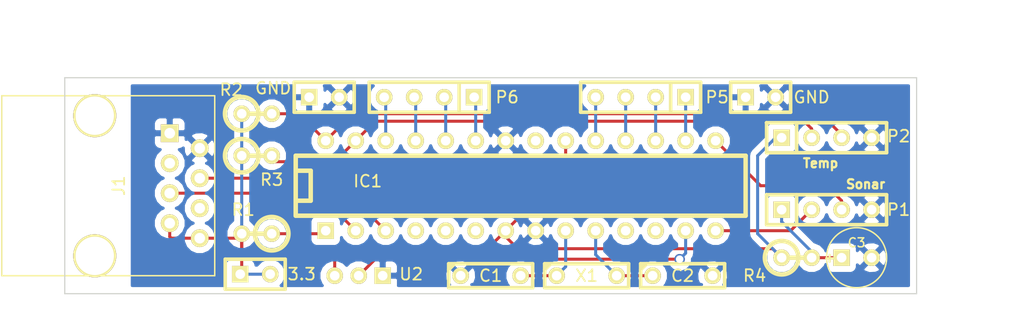
<source format=kicad_pcb>
(kicad_pcb (version 3) (host pcbnew "(2013-mar-13)-testing")

  (general
    (links 48)
    (no_connects 0)
    (area 97.472499 77.0838 187.375715 106.636801)
    (thickness 1.6)
    (drawings 9)
    (tracks 78)
    (zones 0)
    (modules 18)
    (nets 30)
  )

  (page A4)
  (layers
    (15 F.Cu signal)
    (0 B.Cu signal)
    (16 B.Adhes user)
    (17 F.Adhes user)
    (18 B.Paste user)
    (19 F.Paste user)
    (20 B.SilkS user)
    (21 F.SilkS user)
    (22 B.Mask user)
    (23 F.Mask user)
    (24 Dwgs.User user)
    (25 Cmts.User user)
    (26 Eco1.User user)
    (27 Eco2.User user)
    (28 Edge.Cuts user)
  )

  (setup
    (last_trace_width 0.254)
    (trace_clearance 0.254)
    (zone_clearance 0.508)
    (zone_45_only no)
    (trace_min 0.254)
    (segment_width 0.2)
    (edge_width 0.1)
    (via_size 0.889)
    (via_drill 0.635)
    (via_min_size 0.889)
    (via_min_drill 0.508)
    (uvia_size 0.508)
    (uvia_drill 0.127)
    (uvias_allowed no)
    (uvia_min_size 0.508)
    (uvia_min_drill 0.127)
    (pcb_text_width 0.3)
    (pcb_text_size 1.5 1.5)
    (mod_edge_width 0.15)
    (mod_text_size 1 1)
    (mod_text_width 0.15)
    (pad_size 3.64998 3.64998)
    (pad_drill 3.2512)
    (pad_to_mask_clearance 0)
    (aux_axis_origin 0 0)
    (visible_elements FFFFFF7F)
    (pcbplotparams
      (layerselection 284196865)
      (usegerberextensions true)
      (excludeedgelayer true)
      (linewidth 0.100000)
      (plotframeref false)
      (viasonmask false)
      (mode 1)
      (useauxorigin false)
      (hpglpennumber 1)
      (hpglpenspeed 20)
      (hpglpendiameter 15)
      (hpglpenoverlay 2)
      (psnegative false)
      (psa4output false)
      (plotreference true)
      (plotvalue false)
      (plotothertext true)
      (plotinvisibletext false)
      (padsonsilk false)
      (subtractmaskfromsilk false)
      (outputformat 1)
      (mirror false)
      (drillshape 0)
      (scaleselection 1)
      (outputdirectory ""))
  )

  (net 0 "")
  (net 1 +3.3V)
  (net 2 GND)
  (net 3 N-000001)
  (net 4 N-0000011)
  (net 5 N-0000012)
  (net 6 N-0000014)
  (net 7 N-0000016)
  (net 8 N-0000017)
  (net 9 N-0000018)
  (net 10 N-0000019)
  (net 11 N-000002)
  (net 12 N-0000020)
  (net 13 N-0000021)
  (net 14 N-0000023)
  (net 15 N-0000028)
  (net 16 N-0000029)
  (net 17 N-000003)
  (net 18 N-0000030)
  (net 19 N-0000031)
  (net 20 N-0000032)
  (net 21 N-0000033)
  (net 22 N-0000034)
  (net 23 N-0000035)
  (net 24 N-0000038)
  (net 25 N-0000039)
  (net 26 N-000004)
  (net 27 N-000005)
  (net 28 N-000006)
  (net 29 N-000007)

  (net_class Default "This is the default net class."
    (clearance 0.254)
    (trace_width 0.254)
    (via_dia 0.889)
    (via_drill 0.635)
    (uvia_dia 0.508)
    (uvia_drill 0.127)
    (add_net "")
    (add_net +3.3V)
    (add_net GND)
    (add_net N-000001)
    (add_net N-0000011)
    (add_net N-0000012)
    (add_net N-0000014)
    (add_net N-0000016)
    (add_net N-0000017)
    (add_net N-0000018)
    (add_net N-0000019)
    (add_net N-000002)
    (add_net N-0000020)
    (add_net N-0000021)
    (add_net N-0000023)
    (add_net N-0000028)
    (add_net N-0000029)
    (add_net N-000003)
    (add_net N-0000030)
    (add_net N-0000031)
    (add_net N-0000032)
    (add_net N-0000033)
    (add_net N-0000034)
    (add_net N-0000035)
    (add_net N-0000038)
    (add_net N-0000039)
    (add_net N-000004)
    (add_net N-000005)
    (add_net N-000006)
    (add_net N-000007)
  )

  (module DIP-28__300 (layer F.Cu) (tedit 5269F3E2) (tstamp 525CB682)
    (at 141.732 92.456)
    (descr "28 pins DIL package, round pads, width 300mil")
    (tags DIL)
    (path /525AD761)
    (fp_text reference IC1 (at -12.954 -0.381) (layer F.SilkS)
      (effects (font (size 1 1) (thickness 0.15)))
    )
    (fp_text value "" (at 10.287 -0.381) (layer F.SilkS)
      (effects (font (size 1 1) (thickness 0.15)))
    )
    (fp_line (start -19.05 -2.54) (end 19.05 -2.54) (layer F.SilkS) (width 0.381))
    (fp_line (start 19.05 -2.54) (end 19.05 2.54) (layer F.SilkS) (width 0.381))
    (fp_line (start 19.05 2.54) (end -19.05 2.54) (layer F.SilkS) (width 0.381))
    (fp_line (start -19.05 2.54) (end -19.05 -2.54) (layer F.SilkS) (width 0.381))
    (fp_line (start -19.05 -1.27) (end -17.78 -1.27) (layer F.SilkS) (width 0.381))
    (fp_line (start -17.78 -1.27) (end -17.78 1.27) (layer F.SilkS) (width 0.381))
    (fp_line (start -17.78 1.27) (end -19.05 1.27) (layer F.SilkS) (width 0.381))
    (pad 2 thru_hole circle (at -13.97 3.81) (size 1.397 1.397) (drill 0.8128)
      (layers *.Cu *.Mask F.SilkS)
      (net 28 N-000006)
    )
    (pad 3 thru_hole circle (at -11.43 3.81) (size 1.397 1.397) (drill 0.8128)
      (layers *.Cu *.Mask F.SilkS)
      (net 27 N-000005)
    )
    (pad 4 thru_hole circle (at -8.89 3.81) (size 1.397 1.397) (drill 0.8128)
      (layers *.Cu *.Mask F.SilkS)
      (net 18 N-0000030)
    )
    (pad 5 thru_hole circle (at -6.35 3.81) (size 1.397 1.397) (drill 0.8128)
      (layers *.Cu *.Mask F.SilkS)
      (net 19 N-0000031)
    )
    (pad 6 thru_hole circle (at -3.81 3.81) (size 1.397 1.397) (drill 0.8128)
      (layers *.Cu *.Mask F.SilkS)
      (net 20 N-0000032)
    )
    (pad 7 thru_hole circle (at -1.27 3.81) (size 1.397 1.397) (drill 0.8128)
      (layers *.Cu *.Mask F.SilkS)
      (net 1 +3.3V)
    )
    (pad 8 thru_hole circle (at 1.27 3.81) (size 1.397 1.397) (drill 0.8128)
      (layers *.Cu *.Mask F.SilkS)
      (net 2 GND)
    )
    (pad 9 thru_hole circle (at 3.81 3.81) (size 1.397 1.397) (drill 0.8128)
      (layers *.Cu *.Mask F.SilkS)
      (net 6 N-0000014)
    )
    (pad 10 thru_hole circle (at 6.35 3.81) (size 1.397 1.397) (drill 0.8128)
      (layers *.Cu *.Mask F.SilkS)
      (net 5 N-0000012)
    )
    (pad 11 thru_hole circle (at 8.89 3.81) (size 1.397 1.397) (drill 0.8128)
      (layers *.Cu *.Mask F.SilkS)
      (net 21 N-0000033)
    )
    (pad 12 thru_hole circle (at 11.43 3.81) (size 1.397 1.397) (drill 0.8128)
      (layers *.Cu *.Mask F.SilkS)
      (net 23 N-0000035)
    )
    (pad 13 thru_hole circle (at 13.97 3.81) (size 1.397 1.397) (drill 0.8128)
      (layers *.Cu *.Mask F.SilkS)
      (net 15 N-0000028)
    )
    (pad 14 thru_hole circle (at 16.51 3.81) (size 1.397 1.397) (drill 0.8128)
      (layers *.Cu *.Mask F.SilkS)
      (net 3 N-000001)
    )
    (pad 1 thru_hole rect (at -16.51 3.81) (size 1.397 1.397) (drill 0.8128)
      (layers *.Cu *.Mask F.SilkS)
      (net 26 N-000004)
    )
    (pad 15 thru_hole circle (at 16.51 -3.81) (size 1.397 1.397) (drill 0.8128)
      (layers *.Cu *.Mask F.SilkS)
      (net 4 N-0000011)
    )
    (pad 16 thru_hole circle (at 13.97 -3.81) (size 1.397 1.397) (drill 0.8128)
      (layers *.Cu *.Mask F.SilkS)
      (net 16 N-0000029)
    )
    (pad 17 thru_hole circle (at 11.43 -3.81) (size 1.397 1.397) (drill 0.8128)
      (layers *.Cu *.Mask F.SilkS)
      (net 14 N-0000023)
    )
    (pad 18 thru_hole circle (at 8.89 -3.81) (size 1.397 1.397) (drill 0.8128)
      (layers *.Cu *.Mask F.SilkS)
      (net 7 N-0000016)
    )
    (pad 19 thru_hole circle (at 6.35 -3.81) (size 1.397 1.397) (drill 0.8128)
      (layers *.Cu *.Mask F.SilkS)
      (net 8 N-0000017)
    )
    (pad 20 thru_hole circle (at 3.81 -3.81) (size 1.397 1.397) (drill 0.8128)
      (layers *.Cu *.Mask F.SilkS)
      (net 1 +3.3V)
    )
    (pad 21 thru_hole circle (at 1.27 -3.81) (size 1.397 1.397) (drill 0.8128)
      (layers *.Cu *.Mask F.SilkS)
      (net 22 N-0000034)
    )
    (pad 22 thru_hole circle (at -1.27 -3.81) (size 1.397 1.397) (drill 0.8128)
      (layers *.Cu *.Mask F.SilkS)
      (net 2 GND)
    )
    (pad 23 thru_hole circle (at -3.81 -3.81) (size 1.397 1.397) (drill 0.8128)
      (layers *.Cu *.Mask F.SilkS)
      (net 9 N-0000018)
    )
    (pad 24 thru_hole circle (at -6.35 -3.81) (size 1.397 1.397) (drill 0.8128)
      (layers *.Cu *.Mask F.SilkS)
      (net 10 N-0000019)
    )
    (pad 25 thru_hole circle (at -8.89 -3.81) (size 1.397 1.397) (drill 0.8128)
      (layers *.Cu *.Mask F.SilkS)
      (net 12 N-0000020)
    )
    (pad 26 thru_hole circle (at -11.43 -3.81) (size 1.397 1.397) (drill 0.8128)
      (layers *.Cu *.Mask F.SilkS)
      (net 13 N-0000021)
    )
    (pad 27 thru_hole circle (at -13.97 -3.81) (size 1.397 1.397) (drill 0.8128)
      (layers *.Cu *.Mask F.SilkS)
      (net 11 N-000002)
    )
    (pad 28 thru_hole circle (at -16.51 -3.81) (size 1.397 1.397) (drill 0.8128)
      (layers *.Cu *.Mask F.SilkS)
      (net 17 N-000003)
    )
    (model dil/dil_28-w300.wrl
      (at (xyz 0 0 0))
      (scale (xyz 1 1 1))
      (rotate (xyz 0 0 0))
    )
  )

  (module RJ45_8 (layer F.Cu) (tedit 5269FE2D) (tstamp 525CB694)
    (at 105.664 92.456 270)
    (tags RJ45)
    (path /52505A23)
    (fp_text reference J1 (at 0 -2.032 270) (layer F.SilkS)
      (effects (font (size 1 1) (thickness 0.15)))
    )
    (fp_text value "" (at 0.14224 -0.1016 270) (layer F.SilkS)
      (effects (font (size 1.00076 1.00076) (thickness 0.2032)))
    )
    (fp_line (start -7.62 7.874) (end 7.62 7.874) (layer F.SilkS) (width 0.127))
    (fp_line (start 7.62 7.874) (end 7.62 -10.16) (layer F.SilkS) (width 0.127))
    (fp_line (start 7.62 -10.16) (end -7.62 -10.16) (layer F.SilkS) (width 0.127))
    (fp_line (start -7.62 -10.16) (end -7.62 7.874) (layer F.SilkS) (width 0.127))
    (pad Hole thru_hole circle (at 5.93852 0 270) (size 3.64998 3.64998) (drill 3.2512)
      (layers *.Cu *.Mask F.SilkS)
    )
    (pad Hole thru_hole circle (at -5.9309 0 270) (size 3.64998 3.64998) (drill 3.2512)
      (layers *.Cu *.Mask F.SilkS)
    )
    (pad 1 thru_hole rect (at -4.445 -6.35 270) (size 1.50114 1.50114) (drill 0.89916)
      (layers *.Cu *.Mask F.SilkS)
      (net 2 GND)
    )
    (pad 2 thru_hole circle (at -3.175 -8.89 270) (size 1.50114 1.50114) (drill 0.89916)
      (layers *.Cu *.Mask F.SilkS)
      (net 2 GND)
    )
    (pad 3 thru_hole circle (at -1.905 -6.35 270) (size 1.50114 1.50114) (drill 0.89916)
      (layers *.Cu *.Mask F.SilkS)
      (net 24 N-0000038)
    )
    (pad 4 thru_hole circle (at -0.635 -8.89 270) (size 1.50114 1.50114) (drill 0.89916)
      (layers *.Cu *.Mask F.SilkS)
      (net 27 N-000005)
    )
    (pad 5 thru_hole circle (at 0.635 -6.35 270) (size 1.50114 1.50114) (drill 0.89916)
      (layers *.Cu *.Mask F.SilkS)
      (net 28 N-000006)
    )
    (pad 6 thru_hole circle (at 1.905 -8.89 270) (size 1.50114 1.50114) (drill 0.89916)
      (layers *.Cu *.Mask F.SilkS)
      (net 25 N-0000039)
    )
    (pad 7 thru_hole circle (at 3.175 -6.35 270) (size 1.50114 1.50114) (drill 0.89916)
      (layers *.Cu *.Mask F.SilkS)
      (net 1 +3.3V)
    )
    (pad 8 thru_hole circle (at 4.445 -8.89 270) (size 1.50114 1.50114) (drill 0.89916)
      (layers *.Cu *.Mask F.SilkS)
      (net 1 +3.3V)
    )
    (model connectors/RJ45_8.wrl
      (at (xyz 0 0 0))
      (scale (xyz 0.4 0.4 0.4))
      (rotate (xyz 0 0 0))
    )
  )

  (module C2 (layer F.Cu) (tedit 200000) (tstamp 525CB6E1)
    (at 147.32 100.076)
    (descr "Condensateur = 2 pas")
    (tags C)
    (path /525ADAFC)
    (fp_text reference X1 (at 0 0) (layer F.SilkS)
      (effects (font (size 1 1) (thickness 0.15)))
    )
    (fp_text value 16MHz (at 0 0) (layer F.SilkS) hide
      (effects (font (size 1.016 1.016) (thickness 0.2032)))
    )
    (fp_line (start -3.556 -1.016) (end 3.556 -1.016) (layer F.SilkS) (width 0.3048))
    (fp_line (start 3.556 -1.016) (end 3.556 1.016) (layer F.SilkS) (width 0.3048))
    (fp_line (start 3.556 1.016) (end -3.556 1.016) (layer F.SilkS) (width 0.3048))
    (fp_line (start -3.556 1.016) (end -3.556 -1.016) (layer F.SilkS) (width 0.3048))
    (fp_line (start -3.556 -0.508) (end -3.048 -1.016) (layer F.SilkS) (width 0.3048))
    (pad 1 thru_hole circle (at -2.54 0) (size 1.397 1.397) (drill 0.8128)
      (layers *.Cu *.Mask F.SilkS)
      (net 6 N-0000014)
    )
    (pad 2 thru_hole circle (at 2.54 0) (size 1.397 1.397) (drill 0.8128)
      (layers *.Cu *.Mask F.SilkS)
      (net 5 N-0000012)
    )
    (model discret/capa_2pas_5x5mm.wrl
      (at (xyz 0 0 0))
      (scale (xyz 1 1 1))
      (rotate (xyz 0 0 0))
    )
  )

  (module C2 (layer F.Cu) (tedit 200000) (tstamp 525CBD5A)
    (at 139.192 100.076)
    (descr "Condensateur = 2 pas")
    (tags C)
    (path /525ADB1A)
    (fp_text reference C1 (at 0 0) (layer F.SilkS)
      (effects (font (size 1 1) (thickness 0.15)))
    )
    (fp_text value 22pF (at 0 0) (layer F.SilkS) hide
      (effects (font (size 1.016 1.016) (thickness 0.2032)))
    )
    (fp_line (start -3.556 -1.016) (end 3.556 -1.016) (layer F.SilkS) (width 0.3048))
    (fp_line (start 3.556 -1.016) (end 3.556 1.016) (layer F.SilkS) (width 0.3048))
    (fp_line (start 3.556 1.016) (end -3.556 1.016) (layer F.SilkS) (width 0.3048))
    (fp_line (start -3.556 1.016) (end -3.556 -1.016) (layer F.SilkS) (width 0.3048))
    (fp_line (start -3.556 -0.508) (end -3.048 -1.016) (layer F.SilkS) (width 0.3048))
    (pad 1 thru_hole circle (at -2.54 0) (size 1.397 1.397) (drill 0.8128)
      (layers *.Cu *.Mask F.SilkS)
      (net 2 GND)
    )
    (pad 2 thru_hole circle (at 2.54 0) (size 1.397 1.397) (drill 0.8128)
      (layers *.Cu *.Mask F.SilkS)
      (net 6 N-0000014)
    )
    (model discret/capa_2pas_5x5mm.wrl
      (at (xyz 0 0 0))
      (scale (xyz 1 1 1))
      (rotate (xyz 0 0 0))
    )
  )

  (module C2 (layer F.Cu) (tedit 200000) (tstamp 525CBD64)
    (at 155.448 100.076)
    (descr "Condensateur = 2 pas")
    (tags C)
    (path /525ADB0B)
    (fp_text reference C2 (at 0 0) (layer F.SilkS)
      (effects (font (size 1 1) (thickness 0.15)))
    )
    (fp_text value 22pF (at 0 0) (layer F.SilkS) hide
      (effects (font (size 1.016 1.016) (thickness 0.2032)))
    )
    (fp_line (start -3.556 -1.016) (end 3.556 -1.016) (layer F.SilkS) (width 0.3048))
    (fp_line (start 3.556 -1.016) (end 3.556 1.016) (layer F.SilkS) (width 0.3048))
    (fp_line (start 3.556 1.016) (end -3.556 1.016) (layer F.SilkS) (width 0.3048))
    (fp_line (start -3.556 1.016) (end -3.556 -1.016) (layer F.SilkS) (width 0.3048))
    (fp_line (start -3.556 -0.508) (end -3.048 -1.016) (layer F.SilkS) (width 0.3048))
    (pad 1 thru_hole circle (at -2.54 0) (size 1.397 1.397) (drill 0.8128)
      (layers *.Cu *.Mask F.SilkS)
      (net 5 N-0000012)
    )
    (pad 2 thru_hole circle (at 2.54 0) (size 1.397 1.397) (drill 0.8128)
      (layers *.Cu *.Mask F.SilkS)
      (net 2 GND)
    )
    (model discret/capa_2pas_5x5mm.wrl
      (at (xyz 0 0 0))
      (scale (xyz 1 1 1))
      (rotate (xyz 0 0 0))
    )
  )

  (module C1V5 (layer F.Cu) (tedit 5269F42D) (tstamp 525CBD6E)
    (at 170.18 98.552)
    (descr "Condensateur e = 1 pas")
    (tags C)
    (path /52506B79)
    (fp_text reference C3 (at 0 -1.26746) (layer F.SilkS)
      (effects (font (size 0.762 0.762) (thickness 0.127)))
    )
    (fp_text value "" (at 0 1.27) (layer F.SilkS)
      (effects (font (size 0.762 0.635) (thickness 0.127)))
    )
    (fp_text user + (at -2.286 0) (layer F.SilkS)
      (effects (font (size 0.762 0.762) (thickness 0.2032)))
    )
    (fp_circle (center 0 0) (end 0.127 -2.54) (layer F.SilkS) (width 0.127))
    (pad 1 thru_hole rect (at -1.27 0) (size 1.397 1.397) (drill 0.8128)
      (layers *.Cu *.Mask F.SilkS)
      (net 29 N-000007)
    )
    (pad 2 thru_hole circle (at 1.27 0) (size 1.397 1.397) (drill 0.8128)
      (layers *.Cu *.Mask F.SilkS)
      (net 2 GND)
    )
    (model discret/c_vert_c1v5.wrl
      (at (xyz 0 0 0))
      (scale (xyz 1 1 1))
      (rotate (xyz 0 0 0))
    )
  )

  (module R1 (layer F.Cu) (tedit 5269EF6C) (tstamp 525CBD75)
    (at 119.38 96.52 180)
    (descr "Resistance verticale")
    (tags R)
    (path /525AD7FD)
    (autoplace_cost90 10)
    (autoplace_cost180 10)
    (fp_text reference R1 (at 1.143 2.032 180) (layer F.SilkS)
      (effects (font (size 1 1) (thickness 0.15)))
    )
    (fp_text value 10k (at -1.143 2.54 180) (layer F.SilkS) hide
      (effects (font (size 1.397 1.27) (thickness 0.2032)))
    )
    (fp_line (start -1.27 0) (end 1.27 0) (layer F.SilkS) (width 0.381))
    (fp_circle (center -1.27 0) (end -0.635 1.27) (layer F.SilkS) (width 0.381))
    (pad 1 thru_hole circle (at -1.27 0 180) (size 1.397 1.397) (drill 0.8128)
      (layers *.Cu *.Mask F.SilkS)
      (net 26 N-000004)
    )
    (pad 2 thru_hole circle (at 1.27 0 180) (size 1.397 1.397) (drill 0.8128)
      (layers *.Cu *.Mask F.SilkS)
      (net 1 +3.3V)
    )
    (model discret/verti_resistor.wrl
      (at (xyz 0 0 0))
      (scale (xyz 1 1 1))
      (rotate (xyz 0 0 0))
    )
  )

  (module R1 (layer F.Cu) (tedit 5269F397) (tstamp 525CC66B)
    (at 119.38 86.36)
    (descr "Resistance verticale")
    (tags R)
    (path /525B19F7)
    (autoplace_cost90 10)
    (autoplace_cost180 10)
    (fp_text reference R2 (at -2.159 -2.032) (layer F.SilkS)
      (effects (font (size 1 1) (thickness 0.15)))
    )
    (fp_text value 2.2k (at -1.143 2.54) (layer F.SilkS) hide
      (effects (font (size 1.397 1.27) (thickness 0.2032)))
    )
    (fp_line (start -1.27 0) (end 1.27 0) (layer F.SilkS) (width 0.381))
    (fp_circle (center -1.27 0) (end -0.635 1.27) (layer F.SilkS) (width 0.381))
    (pad 1 thru_hole circle (at -1.27 0) (size 1.397 1.397) (drill 0.8128)
      (layers *.Cu *.Mask F.SilkS)
      (net 1 +3.3V)
    )
    (pad 2 thru_hole circle (at 1.27 0) (size 1.397 1.397) (drill 0.8128)
      (layers *.Cu *.Mask F.SilkS)
      (net 17 N-000003)
    )
    (model discret/verti_resistor.wrl
      (at (xyz 0 0 0))
      (scale (xyz 1 1 1))
      (rotate (xyz 0 0 0))
    )
  )

  (module R1 (layer F.Cu) (tedit 5269EF5B) (tstamp 525CC674)
    (at 119.38 89.916)
    (descr "Resistance verticale")
    (tags R)
    (path /525B1A06)
    (autoplace_cost90 10)
    (autoplace_cost180 10)
    (fp_text reference R3 (at 1.27 2.032) (layer F.SilkS)
      (effects (font (size 1 1) (thickness 0.15)))
    )
    (fp_text value 2.2k (at -1.143 2.54) (layer F.SilkS) hide
      (effects (font (size 1.397 1.27) (thickness 0.2032)))
    )
    (fp_line (start -1.27 0) (end 1.27 0) (layer F.SilkS) (width 0.381))
    (fp_circle (center -1.27 0) (end -0.635 1.27) (layer F.SilkS) (width 0.381))
    (pad 1 thru_hole circle (at -1.27 0) (size 1.397 1.397) (drill 0.8128)
      (layers *.Cu *.Mask F.SilkS)
      (net 1 +3.3V)
    )
    (pad 2 thru_hole circle (at 1.27 0) (size 1.397 1.397) (drill 0.8128)
      (layers *.Cu *.Mask F.SilkS)
      (net 11 N-000002)
    )
    (model discret/verti_resistor.wrl
      (at (xyz 0 0 0))
      (scale (xyz 1 1 1))
      (rotate (xyz 0 0 0))
    )
  )

  (module R1 (layer F.Cu) (tedit 525E2289) (tstamp 525CBD8A)
    (at 165.1 98.552)
    (descr "Resistance verticale")
    (tags R)
    (path /52506BE6)
    (autoplace_cost90 10)
    (autoplace_cost180 10)
    (fp_text reference R4 (at -3.556 1.524) (layer F.SilkS)
      (effects (font (size 1 1) (thickness 0.15)))
    )
    (fp_text value 10 (at -1.143 2.54) (layer F.SilkS) hide
      (effects (font (size 1.397 1.27) (thickness 0.2032)))
    )
    (fp_line (start -1.27 0) (end 1.27 0) (layer F.SilkS) (width 0.381))
    (fp_circle (center -1.27 0) (end -0.635 1.27) (layer F.SilkS) (width 0.381))
    (pad 1 thru_hole circle (at -1.27 0) (size 1.397 1.397) (drill 0.8128)
      (layers *.Cu *.Mask F.SilkS)
      (net 1 +3.3V)
    )
    (pad 2 thru_hole circle (at 1.27 0) (size 1.397 1.397) (drill 0.8128)
      (layers *.Cu *.Mask F.SilkS)
      (net 29 N-000007)
    )
    (model discret/verti_resistor.wrl
      (at (xyz 0 0 0))
      (scale (xyz 1 1 1))
      (rotate (xyz 0 0 0))
    )
  )

  (module SIL-4 (layer F.Cu) (tedit 5269F3AA) (tstamp 525E20A9)
    (at 167.64 94.488)
    (descr "Connecteur 4 pibs")
    (tags "CONN DEV")
    (path /525E1D62)
    (fp_text reference P1 (at 6.096 0) (layer F.SilkS)
      (effects (font (size 1 1) (thickness 0.15)))
    )
    (fp_text value CONN_4 (at 0 -2.54) (layer F.SilkS) hide
      (effects (font (size 1.524 1.016) (thickness 0.3048)))
    )
    (fp_line (start -5.08 -1.27) (end -5.08 -1.27) (layer F.SilkS) (width 0.3048))
    (fp_line (start -5.08 1.27) (end -5.08 -1.27) (layer F.SilkS) (width 0.3048))
    (fp_line (start -5.08 -1.27) (end -5.08 -1.27) (layer F.SilkS) (width 0.3048))
    (fp_line (start -5.08 -1.27) (end 5.08 -1.27) (layer F.SilkS) (width 0.3048))
    (fp_line (start 5.08 -1.27) (end 5.08 1.27) (layer F.SilkS) (width 0.3048))
    (fp_line (start 5.08 1.27) (end -5.08 1.27) (layer F.SilkS) (width 0.3048))
    (fp_line (start -2.54 1.27) (end -2.54 -1.27) (layer F.SilkS) (width 0.3048))
    (pad 1 thru_hole rect (at -3.81 0) (size 1.397 1.397) (drill 0.8128)
      (layers *.Cu *.Mask F.SilkS)
      (net 29 N-000007)
    )
    (pad 2 thru_hole circle (at -1.27 0) (size 1.397 1.397) (drill 0.8128)
      (layers *.Cu *.Mask F.SilkS)
      (net 3 N-000001)
    )
    (pad 3 thru_hole circle (at 1.27 0) (size 1.397 1.397) (drill 0.8128)
      (layers *.Cu *.Mask F.SilkS)
      (net 4 N-0000011)
    )
    (pad 4 thru_hole circle (at 3.81 0) (size 1.397 1.397) (drill 0.8128)
      (layers *.Cu *.Mask F.SilkS)
      (net 2 GND)
    )
  )

  (module SIL-4 (layer F.Cu) (tedit 5269F3A7) (tstamp 525E20B8)
    (at 167.64 88.392)
    (descr "Connecteur 4 pibs")
    (tags "CONN DEV")
    (path /525E1D71)
    (fp_text reference P2 (at 6.096 -0.127) (layer F.SilkS)
      (effects (font (size 1 1) (thickness 0.15)))
    )
    (fp_text value CONN_4 (at 0 -2.54) (layer F.SilkS) hide
      (effects (font (size 1.524 1.016) (thickness 0.3048)))
    )
    (fp_line (start -5.08 -1.27) (end -5.08 -1.27) (layer F.SilkS) (width 0.3048))
    (fp_line (start -5.08 1.27) (end -5.08 -1.27) (layer F.SilkS) (width 0.3048))
    (fp_line (start -5.08 -1.27) (end -5.08 -1.27) (layer F.SilkS) (width 0.3048))
    (fp_line (start -5.08 -1.27) (end 5.08 -1.27) (layer F.SilkS) (width 0.3048))
    (fp_line (start 5.08 -1.27) (end 5.08 1.27) (layer F.SilkS) (width 0.3048))
    (fp_line (start 5.08 1.27) (end -5.08 1.27) (layer F.SilkS) (width 0.3048))
    (fp_line (start -2.54 1.27) (end -2.54 -1.27) (layer F.SilkS) (width 0.3048))
    (pad 1 thru_hole rect (at -3.81 0) (size 1.397 1.397) (drill 0.8128)
      (layers *.Cu *.Mask F.SilkS)
      (net 1 +3.3V)
    )
    (pad 2 thru_hole circle (at -1.27 0) (size 1.397 1.397) (drill 0.8128)
      (layers *.Cu *.Mask F.SilkS)
      (net 11 N-000002)
    )
    (pad 3 thru_hole circle (at 1.27 0) (size 1.397 1.397) (drill 0.8128)
      (layers *.Cu *.Mask F.SilkS)
      (net 17 N-000003)
    )
    (pad 4 thru_hole circle (at 3.81 0) (size 1.397 1.397) (drill 0.8128)
      (layers *.Cu *.Mask F.SilkS)
      (net 2 GND)
    )
  )

  (module TO92-INLINE (layer F.Cu) (tedit 5269F420) (tstamp 5268A63C)
    (at 128.016 100.076 180)
    (descr "Transistor TO92 brochage type BC237")
    (tags "TR TO92")
    (path /5268A3C7)
    (fp_text reference U2 (at -4.445 0.127 180) (layer F.SilkS)
      (effects (font (size 1 1) (thickness 0.15)))
    )
    (fp_text value "" (at -3.556 0 180) (layer F.SilkS)
      (effects (font (size 1 1) (thickness 0.15)))
    )
    (pad 1 thru_hole rect (at -2.032 0 180) (size 1.397 1.397) (drill 0.8128)
      (layers *.Cu *.Mask F.SilkS)
      (net 2 GND)
    )
    (pad 2 thru_hole circle (at 0 0 180) (size 1.397 1.397) (drill 0.8128)
      (layers *.Cu *.Mask F.SilkS)
      (net 15 N-0000028)
    )
    (pad 3 thru_hole circle (at 2.032 0 180) (size 1.397 1.397) (drill 0.8128)
      (layers *.Cu *.Mask F.SilkS)
      (net 1 +3.3V)
    )
    (model discret/to98.wrl
      (at (xyz 0 0 0))
      (scale (xyz 1 1 1))
      (rotate (xyz 0 0 0))
    )
  )

  (module SIL-4 (layer F.Cu) (tedit 5269EF44) (tstamp 5269EF77)
    (at 151.892 84.963 180)
    (descr "Connecteur 4 pibs")
    (tags "CONN DEV")
    (path /5269EB63)
    (fp_text reference P5 (at -6.477 0 180) (layer F.SilkS)
      (effects (font (size 1 1) (thickness 0.15)))
    )
    (fp_text value CONN_4 (at 0 -2.54 180) (layer F.SilkS) hide
      (effects (font (size 1.524 1.016) (thickness 0.3048)))
    )
    (fp_line (start -5.08 -1.27) (end -5.08 -1.27) (layer F.SilkS) (width 0.3048))
    (fp_line (start -5.08 1.27) (end -5.08 -1.27) (layer F.SilkS) (width 0.3048))
    (fp_line (start -5.08 -1.27) (end -5.08 -1.27) (layer F.SilkS) (width 0.3048))
    (fp_line (start -5.08 -1.27) (end 5.08 -1.27) (layer F.SilkS) (width 0.3048))
    (fp_line (start 5.08 -1.27) (end 5.08 1.27) (layer F.SilkS) (width 0.3048))
    (fp_line (start 5.08 1.27) (end -5.08 1.27) (layer F.SilkS) (width 0.3048))
    (fp_line (start -2.54 1.27) (end -2.54 -1.27) (layer F.SilkS) (width 0.3048))
    (pad 1 thru_hole rect (at -3.81 0 180) (size 1.397 1.397) (drill 0.8128)
      (layers *.Cu *.Mask F.SilkS)
      (net 16 N-0000029)
    )
    (pad 2 thru_hole circle (at -1.27 0 180) (size 1.397 1.397) (drill 0.8128)
      (layers *.Cu *.Mask F.SilkS)
      (net 14 N-0000023)
    )
    (pad 3 thru_hole circle (at 1.27 0 180) (size 1.397 1.397) (drill 0.8128)
      (layers *.Cu *.Mask F.SilkS)
      (net 7 N-0000016)
    )
    (pad 4 thru_hole circle (at 3.81 0 180) (size 1.397 1.397) (drill 0.8128)
      (layers *.Cu *.Mask F.SilkS)
      (net 8 N-0000017)
    )
  )

  (module SIL-4 (layer F.Cu) (tedit 5269EF3D) (tstamp 5269EF86)
    (at 133.985 84.963 180)
    (descr "Connecteur 4 pibs")
    (tags "CONN DEV")
    (path /5269E9F2)
    (fp_text reference P6 (at -6.604 0 180) (layer F.SilkS)
      (effects (font (size 1 1) (thickness 0.15)))
    )
    (fp_text value CONN_4 (at 0 -2.54 180) (layer F.SilkS) hide
      (effects (font (size 1.524 1.016) (thickness 0.3048)))
    )
    (fp_line (start -5.08 -1.27) (end -5.08 -1.27) (layer F.SilkS) (width 0.3048))
    (fp_line (start -5.08 1.27) (end -5.08 -1.27) (layer F.SilkS) (width 0.3048))
    (fp_line (start -5.08 -1.27) (end -5.08 -1.27) (layer F.SilkS) (width 0.3048))
    (fp_line (start -5.08 -1.27) (end 5.08 -1.27) (layer F.SilkS) (width 0.3048))
    (fp_line (start 5.08 -1.27) (end 5.08 1.27) (layer F.SilkS) (width 0.3048))
    (fp_line (start 5.08 1.27) (end -5.08 1.27) (layer F.SilkS) (width 0.3048))
    (fp_line (start -2.54 1.27) (end -2.54 -1.27) (layer F.SilkS) (width 0.3048))
    (pad 1 thru_hole rect (at -3.81 0 180) (size 1.397 1.397) (drill 0.8128)
      (layers *.Cu *.Mask F.SilkS)
      (net 9 N-0000018)
    )
    (pad 2 thru_hole circle (at -1.27 0 180) (size 1.397 1.397) (drill 0.8128)
      (layers *.Cu *.Mask F.SilkS)
      (net 10 N-0000019)
    )
    (pad 3 thru_hole circle (at 1.27 0 180) (size 1.397 1.397) (drill 0.8128)
      (layers *.Cu *.Mask F.SilkS)
      (net 12 N-0000020)
    )
    (pad 4 thru_hole circle (at 3.81 0 180) (size 1.397 1.397) (drill 0.8128)
      (layers *.Cu *.Mask F.SilkS)
      (net 13 N-0000021)
    )
  )

  (module SIL-2 (layer F.Cu) (tedit 5269F416) (tstamp 5269F1B8)
    (at 119.253 99.949)
    (descr "Connecteurs 2 pins")
    (tags "CONN DEV")
    (path /5269F136)
    (fp_text reference 3.3 (at 3.937 0) (layer F.SilkS)
      (effects (font (size 1 1) (thickness 0.15)))
    )
    (fp_text value CONN_2 (at 0 -2.54) (layer F.SilkS) hide
      (effects (font (size 1.524 1.016) (thickness 0.3048)))
    )
    (fp_line (start -2.54 1.27) (end -2.54 -1.27) (layer F.SilkS) (width 0.3048))
    (fp_line (start -2.54 -1.27) (end 2.54 -1.27) (layer F.SilkS) (width 0.3048))
    (fp_line (start 2.54 -1.27) (end 2.54 1.27) (layer F.SilkS) (width 0.3048))
    (fp_line (start 2.54 1.27) (end -2.54 1.27) (layer F.SilkS) (width 0.3048))
    (pad 1 thru_hole rect (at -1.27 0) (size 1.397 1.397) (drill 0.8128)
      (layers *.Cu *.Mask F.SilkS)
      (net 1 +3.3V)
    )
    (pad 2 thru_hole circle (at 1.27 0) (size 1.397 1.397) (drill 0.8128)
      (layers *.Cu *.Mask F.SilkS)
      (net 1 +3.3V)
    )
  )

  (module SIL-2 (layer F.Cu) (tedit 5269F3F3) (tstamp 5269F467)
    (at 162.052 84.963)
    (descr "Connecteurs 2 pins")
    (tags "CONN DEV")
    (path /5269F327)
    (fp_text reference GND (at 4.318 0) (layer F.SilkS)
      (effects (font (size 1 1) (thickness 0.15)))
    )
    (fp_text value CONN_2 (at 0 -2.54) (layer F.SilkS) hide
      (effects (font (size 1.524 1.016) (thickness 0.3048)))
    )
    (fp_line (start -2.54 1.27) (end -2.54 -1.27) (layer F.SilkS) (width 0.3048))
    (fp_line (start -2.54 -1.27) (end 2.54 -1.27) (layer F.SilkS) (width 0.3048))
    (fp_line (start 2.54 -1.27) (end 2.54 1.27) (layer F.SilkS) (width 0.3048))
    (fp_line (start 2.54 1.27) (end -2.54 1.27) (layer F.SilkS) (width 0.3048))
    (pad 1 thru_hole rect (at -1.27 0) (size 1.397 1.397) (drill 0.8128)
      (layers *.Cu *.Mask F.SilkS)
      (net 2 GND)
    )
    (pad 2 thru_hole circle (at 1.27 0) (size 1.397 1.397) (drill 0.8128)
      (layers *.Cu *.Mask F.SilkS)
      (net 2 GND)
    )
  )

  (module SIL-2 (layer F.Cu) (tedit 5269F39D) (tstamp 5269F471)
    (at 125.095 84.963)
    (descr "Connecteurs 2 pins")
    (tags "CONN DEV")
    (path /5269F336)
    (fp_text reference GND (at -4.318 -0.762) (layer F.SilkS)
      (effects (font (size 1 1) (thickness 0.15)))
    )
    (fp_text value CONN_2 (at 0 -2.54) (layer F.SilkS) hide
      (effects (font (size 1.524 1.016) (thickness 0.3048)))
    )
    (fp_line (start -2.54 1.27) (end -2.54 -1.27) (layer F.SilkS) (width 0.3048))
    (fp_line (start -2.54 -1.27) (end 2.54 -1.27) (layer F.SilkS) (width 0.3048))
    (fp_line (start 2.54 -1.27) (end 2.54 1.27) (layer F.SilkS) (width 0.3048))
    (fp_line (start 2.54 1.27) (end -2.54 1.27) (layer F.SilkS) (width 0.3048))
    (pad 1 thru_hole rect (at -1.27 0) (size 1.397 1.397) (drill 0.8128)
      (layers *.Cu *.Mask F.SilkS)
      (net 2 GND)
    )
    (pad 2 thru_hole circle (at 1.27 0) (size 1.397 1.397) (drill 0.8128)
      (layers *.Cu *.Mask F.SilkS)
      (net 2 GND)
    )
  )

  (gr_text Sonar (at 170.942 92.329) (layer F.SilkS)
    (effects (font (size 0.762 0.762) (thickness 0.1905)))
  )
  (gr_text Temp (at 167.132 90.551) (layer F.SilkS)
    (effects (font (size 0.762 0.762) (thickness 0.1905)))
  )
  (dimension 77.44968 (width 0.3) (layer Cmts.User)
    (gr_text "3.0492 in" (at 136.51484 105.2868) (layer Cmts.User)
      (effects (font (size 1.5 1.5) (thickness 0.3)))
    )
    (feature1 (pts (xy 175.23968 101.58984) (xy 175.23968 106.6368)))
    (feature2 (pts (xy 97.79 101.58984) (xy 97.79 106.6368)))
    (crossbar (pts (xy 97.79 103.9368) (xy 175.23968 103.9368)))
    (arrow1a (pts (xy 175.23968 103.9368) (xy 174.113176 104.523221)))
    (arrow1b (pts (xy 175.23968 103.9368) (xy 174.113176 103.350379)))
    (arrow2a (pts (xy 97.79 103.9368) (xy 98.916504 104.523221)))
    (arrow2b (pts (xy 97.79 103.9368) (xy 98.916504 103.350379)))
  )
  (dimension 72.1233 (width 0.3) (layer Cmts.User)
    (gr_text "2.8395 in" (at 139.19835 78.5838) (layer Cmts.User)
      (effects (font (size 1.5 1.5) (thickness 0.3)))
    )
    (feature1 (pts (xy 175.26 83.3247) (xy 175.26 77.2338)))
    (feature2 (pts (xy 103.1367 83.3247) (xy 103.1367 77.2338)))
    (crossbar (pts (xy 103.1367 79.9338) (xy 175.26 79.9338)))
    (arrow1a (pts (xy 175.26 79.9338) (xy 174.133496 80.520221)))
    (arrow1b (pts (xy 175.26 79.9338) (xy 174.133496 79.347379)))
    (arrow2a (pts (xy 103.1367 79.9338) (xy 104.263204 80.520221)))
    (arrow2b (pts (xy 103.1367 79.9338) (xy 104.263204 79.347379)))
  )
  (dimension 18.288 (width 0.3) (layer Cmts.User)
    (gr_text "0.7200 in" (at 181.69 92.456 270) (layer Cmts.User)
      (effects (font (size 1.5 1.5) (thickness 0.3)))
    )
    (feature1 (pts (xy 177.8 101.6) (xy 183.04 101.6)))
    (feature2 (pts (xy 177.8 83.312) (xy 183.04 83.312)))
    (crossbar (pts (xy 180.34 83.312) (xy 180.34 101.6)))
    (arrow1a (pts (xy 180.34 101.6) (xy 179.753579 100.473496)))
    (arrow1b (pts (xy 180.34 101.6) (xy 180.926421 100.473496)))
    (arrow2a (pts (xy 180.34 83.312) (xy 179.753579 84.438504)))
    (arrow2b (pts (xy 180.34 83.312) (xy 180.926421 84.438504)))
  )
  (gr_line (start 175.26 101.6) (end 103.124 101.6) (angle 90) (layer Edge.Cuts) (width 0.1))
  (gr_line (start 103.124 83.312) (end 175.26 83.312) (angle 90) (layer Edge.Cuts) (width 0.1))
  (gr_line (start 175.26 83.312) (end 175.26 101.6) (angle 90) (layer Edge.Cuts) (width 0.1))
  (gr_line (start 103.124 101.6) (end 103.124 83.312) (angle 90) (layer Edge.Cuts) (width 0.1))

  (segment (start 145.542 88.646) (end 145.542 91.186) (width 0.254) (layer F.Cu) (net 1))
  (segment (start 145.542 91.186) (end 140.462 96.266) (width 0.254) (layer F.Cu) (net 1) (tstamp 5269F388))
  (segment (start 118.11 96.52) (end 118.11 99.822) (width 0.254) (layer F.Cu) (net 1))
  (segment (start 118.11 99.822) (end 117.983 99.949) (width 0.254) (layer F.Cu) (net 1) (tstamp 5269F360))
  (segment (start 117.983 99.949) (end 120.523 99.949) (width 0.254) (layer B.Cu) (net 1))
  (segment (start 118.11 89.916) (end 118.11 86.36) (width 0.254) (layer B.Cu) (net 1))
  (segment (start 163.83 88.392) (end 163.322 88.392) (width 0.254) (layer B.Cu) (net 1))
  (segment (start 161.798 96.52) (end 163.83 98.552) (width 0.254) (layer B.Cu) (net 1) (tstamp 5269E923))
  (segment (start 161.798 89.916) (end 161.798 96.52) (width 0.254) (layer B.Cu) (net 1) (tstamp 5269E91D))
  (segment (start 163.322 88.392) (end 161.798 89.916) (width 0.254) (layer B.Cu) (net 1) (tstamp 5269E919))
  (segment (start 125.984 100.076) (end 125.984 98.044) (width 0.254) (layer F.Cu) (net 1))
  (segment (start 140.462 96.266) (end 140.462 96.774) (width 0.254) (layer F.Cu) (net 1))
  (segment (start 163.068 97.79) (end 163.83 98.552) (width 0.254) (layer F.Cu) (net 1) (tstamp 525E2146))
  (segment (start 141.478 97.79) (end 163.068 97.79) (width 0.254) (layer F.Cu) (net 1) (tstamp 525E2144))
  (segment (start 140.462 96.774) (end 141.478 97.79) (width 0.254) (layer F.Cu) (net 1) (tstamp 525E2143))
  (segment (start 118.11 96.52) (end 118.11 97.79) (width 0.254) (layer F.Cu) (net 1))
  (segment (start 138.684 98.044) (end 140.462 96.266) (width 0.254) (layer F.Cu) (net 1) (tstamp 525E126A))
  (segment (start 118.11 98.044) (end 125.984 98.044) (width 0.254) (layer F.Cu) (net 1) (tstamp 525E125D))
  (segment (start 125.984 98.044) (end 138.684 98.044) (width 0.254) (layer F.Cu) (net 1) (tstamp 5268AEB6))
  (segment (start 118.11 97.79) (end 118.11 98.044) (width 0.254) (layer F.Cu) (net 1) (tstamp 525E1257))
  (segment (start 114.554 96.901) (end 117.729 96.901) (width 0.254) (layer F.Cu) (net 1) (status 10))
  (segment (start 117.729 96.901) (end 118.11 96.52) (width 0.254) (layer F.Cu) (net 1) (tstamp 525E124F))
  (segment (start 112.014 95.631) (end 112.014 96.774) (width 0.254) (layer F.Cu) (net 1) (status 10))
  (segment (start 112.141 96.901) (end 114.554 96.901) (width 0.254) (layer F.Cu) (net 1) (tstamp 525E11F5) (status 20))
  (segment (start 112.014 96.774) (end 112.141 96.901) (width 0.254) (layer F.Cu) (net 1) (tstamp 525E11F4))
  (segment (start 118.11 89.916) (end 118.11 96.52) (width 0.254) (layer B.Cu) (net 1) (status 20))
  (segment (start 158.242 96.266) (end 164.592 96.266) (width 0.254) (layer F.Cu) (net 3))
  (segment (start 164.592 96.266) (end 166.37 94.488) (width 0.254) (layer F.Cu) (net 3) (tstamp 525E2201))
  (segment (start 168.91 94.488) (end 168.91 93.726) (width 0.254) (layer F.Cu) (net 4) (status 10))
  (segment (start 162.052 92.456) (end 158.242 88.646) (width 0.254) (layer F.Cu) (net 4) (tstamp 525E219F))
  (segment (start 167.64 92.456) (end 162.052 92.456) (width 0.254) (layer F.Cu) (net 4) (tstamp 525E2196))
  (segment (start 168.91 93.726) (end 167.64 92.456) (width 0.254) (layer F.Cu) (net 4) (tstamp 525E218D))
  (segment (start 148.082 96.266) (end 148.082 98.298) (width 0.254) (layer B.Cu) (net 5))
  (segment (start 148.082 98.298) (end 149.86 100.076) (width 0.254) (layer B.Cu) (net 5) (tstamp 525CC0F0))
  (segment (start 149.86 100.076) (end 152.908 100.076) (width 0.254) (layer F.Cu) (net 5))
  (segment (start 145.542 96.266) (end 145.542 99.314) (width 0.254) (layer B.Cu) (net 6))
  (segment (start 145.542 99.314) (end 144.78 100.076) (width 0.254) (layer B.Cu) (net 6) (tstamp 525CC0EC))
  (segment (start 141.732 100.076) (end 144.78 100.076) (width 0.254) (layer F.Cu) (net 6))
  (segment (start 150.622 88.646) (end 150.622 84.963) (width 0.254) (layer B.Cu) (net 7))
  (segment (start 148.082 88.646) (end 148.082 84.963) (width 0.254) (layer B.Cu) (net 8))
  (segment (start 137.922 88.646) (end 137.922 85.09) (width 0.254) (layer B.Cu) (net 9))
  (segment (start 137.922 85.09) (end 137.795 84.963) (width 0.254) (layer B.Cu) (net 9) (tstamp 5269F0A6))
  (segment (start 135.382 88.646) (end 135.382 85.09) (width 0.254) (layer B.Cu) (net 10))
  (segment (start 135.382 85.09) (end 135.255 84.963) (width 0.254) (layer B.Cu) (net 10) (tstamp 5269F0A9))
  (segment (start 166.37 88.392) (end 166.37 87.63) (width 0.254) (layer F.Cu) (net 11))
  (segment (start 129.413 86.995) (end 127.762 88.646) (width 0.254) (layer F.Cu) (net 11) (tstamp 525E2152))
  (segment (start 165.735 86.995) (end 129.413 86.995) (width 0.254) (layer F.Cu) (net 11) (tstamp 525E2151))
  (segment (start 166.37 87.63) (end 165.735 86.995) (width 0.254) (layer F.Cu) (net 11) (tstamp 525E2150))
  (segment (start 120.65 89.916) (end 120.904 89.916) (width 0.254) (layer F.Cu) (net 11) (status 30))
  (segment (start 125.984 90.424) (end 127.762 88.646) (width 0.254) (layer F.Cu) (net 11) (tstamp 525CBE0E))
  (segment (start 120.904 90.424) (end 125.984 90.424) (width 0.254) (layer F.Cu) (net 11) (tstamp 525CBE0D))
  (segment (start 120.904 89.916) (end 120.904 90.424) (width 0.254) (layer F.Cu) (net 11) (tstamp 525CBE0C) (status 10))
  (segment (start 132.842 88.646) (end 132.842 85.09) (width 0.254) (layer B.Cu) (net 12))
  (segment (start 132.842 85.09) (end 132.715 84.963) (width 0.254) (layer B.Cu) (net 12) (tstamp 5269F0AC))
  (segment (start 130.302 88.646) (end 130.302 85.09) (width 0.254) (layer B.Cu) (net 13))
  (segment (start 130.302 85.09) (end 130.175 84.963) (width 0.254) (layer B.Cu) (net 13) (tstamp 5269F0AF))
  (segment (start 153.162 88.646) (end 153.162 84.963) (width 0.254) (layer B.Cu) (net 14))
  (segment (start 155.702 96.266) (end 155.702 98.171) (width 0.254) (layer B.Cu) (net 15))
  (segment (start 129.413 98.679) (end 128.016 100.076) (width 0.254) (layer F.Cu) (net 15) (tstamp 5269F37E))
  (segment (start 155.194 98.679) (end 129.413 98.679) (width 0.254) (layer F.Cu) (net 15) (tstamp 5269F37D))
  (via (at 155.194 98.679) (size 0.889) (layers F.Cu B.Cu) (net 15))
  (segment (start 155.702 98.171) (end 155.194 98.679) (width 0.254) (layer B.Cu) (net 15) (tstamp 5269F37B))
  (segment (start 155.702 88.646) (end 155.702 84.963) (width 0.254) (layer B.Cu) (net 16))
  (segment (start 168.91 88.392) (end 168.91 88.138) (width 0.254) (layer F.Cu) (net 17))
  (segment (start 127.508 86.36) (end 125.222 88.646) (width 0.254) (layer F.Cu) (net 17) (tstamp 525E215B))
  (segment (start 167.132 86.36) (end 127.508 86.36) (width 0.254) (layer F.Cu) (net 17) (tstamp 525E2157))
  (segment (start 168.91 88.138) (end 167.132 86.36) (width 0.254) (layer F.Cu) (net 17) (tstamp 525E2156))
  (segment (start 120.65 86.36) (end 122.936 86.36) (width 0.254) (layer F.Cu) (net 17) (status 10))
  (segment (start 122.936 86.36) (end 125.222 88.646) (width 0.254) (layer F.Cu) (net 17) (tstamp 525CBE08))
  (segment (start 120.65 96.52) (end 124.968 96.52) (width 0.254) (layer F.Cu) (net 26) (status 10))
  (segment (start 124.968 96.52) (end 125.222 96.266) (width 0.254) (layer F.Cu) (net 26) (tstamp 525CBE17))
  (segment (start 114.554 91.821) (end 125.857 91.821) (width 0.254) (layer F.Cu) (net 27) (status 10))
  (segment (start 125.857 91.821) (end 130.302 96.266) (width 0.254) (layer F.Cu) (net 27) (tstamp 525CC552))
  (segment (start 112.014 93.091) (end 124.587 93.091) (width 0.254) (layer F.Cu) (net 28) (status 10))
  (segment (start 124.587 93.091) (end 127.762 96.266) (width 0.254) (layer F.Cu) (net 28) (tstamp 525CC557))
  (segment (start 166.37 98.552) (end 168.91 98.552) (width 0.254) (layer F.Cu) (net 29))
  (segment (start 163.83 94.488) (end 163.83 95.504) (width 0.254) (layer B.Cu) (net 29) (status 10))
  (segment (start 163.83 95.504) (end 166.37 98.044) (width 0.254) (layer B.Cu) (net 29) (tstamp 525E21B5))

  (zone (net 2) (net_name GND) (layer B.Cu) (tstamp 525CC272) (hatch edge 0.508)
    (connect_pads (clearance 0.508))
    (min_thickness 0.254)
    (fill (arc_segments 16) (thermal_gap 0.508) (thermal_bridge_width 0.508))
    (polygon
      (pts
        (xy 174.752 101.092) (xy 108.712 101.092) (xy 108.712 83.82) (xy 174.752 83.82)
      )
    )
    (filled_polygon
      (pts
        (xy 174.575 100.915) (xy 172.795927 100.915) (xy 172.795927 98.74452) (xy 172.795927 94.68052) (xy 172.795927 88.58452)
        (xy 172.767148 88.054801) (xy 172.6198 87.699071) (xy 172.384188 87.637417) (xy 172.204583 87.817022) (xy 172.204583 87.457812)
        (xy 172.142929 87.2222) (xy 171.64252 87.046073) (xy 171.112801 87.074852) (xy 170.757071 87.2222) (xy 170.695417 87.457812)
        (xy 171.45 88.212395) (xy 172.204583 87.457812) (xy 172.204583 87.817022) (xy 171.629605 88.392) (xy 172.384188 89.146583)
        (xy 172.6198 89.084929) (xy 172.795927 88.58452) (xy 172.795927 94.68052) (xy 172.767148 94.150801) (xy 172.6198 93.795071)
        (xy 172.384188 93.733417) (xy 172.204583 93.913022) (xy 172.204583 93.553812) (xy 172.204583 89.326188) (xy 171.45 88.571605)
        (xy 170.695417 89.326188) (xy 170.757071 89.5618) (xy 171.25748 89.737927) (xy 171.787199 89.709148) (xy 172.142929 89.5618)
        (xy 172.204583 89.326188) (xy 172.204583 93.553812) (xy 172.142929 93.3182) (xy 171.64252 93.142073) (xy 171.112801 93.170852)
        (xy 170.757071 93.3182) (xy 170.695417 93.553812) (xy 171.45 94.308395) (xy 172.204583 93.553812) (xy 172.204583 93.913022)
        (xy 171.629605 94.488) (xy 172.384188 95.242583) (xy 172.6198 95.180929) (xy 172.795927 94.68052) (xy 172.795927 98.74452)
        (xy 172.767148 98.214801) (xy 172.6198 97.859071) (xy 172.384188 97.797417) (xy 172.204583 97.977022) (xy 172.204583 97.617812)
        (xy 172.204583 95.422188) (xy 171.45 94.667605) (xy 170.695417 95.422188) (xy 170.757071 95.6578) (xy 171.25748 95.833927)
        (xy 171.787199 95.805148) (xy 172.142929 95.6578) (xy 172.204583 95.422188) (xy 172.204583 97.617812) (xy 172.142929 97.3822)
        (xy 171.64252 97.206073) (xy 171.112801 97.234852) (xy 170.757071 97.3822) (xy 170.695417 97.617812) (xy 171.45 98.372395)
        (xy 172.204583 97.617812) (xy 172.204583 97.977022) (xy 171.629605 98.552) (xy 172.384188 99.306583) (xy 172.6198 99.244929)
        (xy 172.795927 98.74452) (xy 172.795927 100.915) (xy 172.204583 100.915) (xy 172.204583 99.486188) (xy 171.45 98.731605)
        (xy 171.270395 98.91121) (xy 171.270395 98.552) (xy 170.515812 97.797417) (xy 170.2802 97.859071) (xy 170.2435 97.963342)
        (xy 170.2435 97.727191) (xy 170.146827 97.493802) (xy 169.968199 97.315173) (xy 169.73481 97.2185) (xy 169.482191 97.2185)
        (xy 168.085191 97.2185) (xy 167.851802 97.315173) (xy 167.673173 97.493801) (xy 167.5765 97.72719) (xy 167.5765 97.979809)
        (xy 167.5765 97.97999) (xy 167.501146 97.79762) (xy 167.126353 97.422173) (xy 166.636413 97.218732) (xy 166.62235 97.218719)
        (xy 165.008327 95.604697) (xy 165.066827 95.546199) (xy 165.1635 95.31281) (xy 165.1635 95.060191) (xy 165.1635 95.060009)
        (xy 165.238854 95.24238) (xy 165.613647 95.617827) (xy 166.103587 95.821268) (xy 166.634086 95.821731) (xy 167.12438 95.619146)
        (xy 167.499827 95.244353) (xy 167.640093 94.906553) (xy 167.778854 95.24238) (xy 168.153647 95.617827) (xy 168.643587 95.821268)
        (xy 169.174086 95.821731) (xy 169.66438 95.619146) (xy 170.039827 95.244353) (xy 170.173313 94.922881) (xy 170.2802 95.180929)
        (xy 170.515812 95.242583) (xy 171.270395 94.488) (xy 170.515812 93.733417) (xy 170.2802 93.795071) (xy 170.181916 94.074311)
        (xy 170.041146 93.73362) (xy 169.666353 93.358173) (xy 169.176413 93.154732) (xy 168.645914 93.154269) (xy 168.15562 93.356854)
        (xy 167.780173 93.731647) (xy 167.639906 94.069446) (xy 167.501146 93.73362) (xy 167.126353 93.358173) (xy 166.636413 93.154732)
        (xy 166.105914 93.154269) (xy 165.61562 93.356854) (xy 165.240173 93.731647) (xy 165.1635 93.916295) (xy 165.1635 93.663191)
        (xy 165.066827 93.429802) (xy 164.888199 93.251173) (xy 164.65481 93.1545) (xy 164.402191 93.1545) (xy 163.005191 93.1545)
        (xy 162.771802 93.251173) (xy 162.593173 93.429801) (xy 162.56 93.509887) (xy 162.56 90.23163) (xy 163.06613 89.7255)
        (xy 163.257809 89.7255) (xy 164.654809 89.7255) (xy 164.888198 89.628827) (xy 165.066827 89.450199) (xy 165.1635 89.21681)
        (xy 165.1635 88.964191) (xy 165.1635 88.964009) (xy 165.238854 89.14638) (xy 165.613647 89.521827) (xy 166.103587 89.725268)
        (xy 166.634086 89.725731) (xy 167.12438 89.523146) (xy 167.499827 89.148353) (xy 167.640093 88.810553) (xy 167.778854 89.14638)
        (xy 168.153647 89.521827) (xy 168.643587 89.725268) (xy 169.174086 89.725731) (xy 169.66438 89.523146) (xy 170.039827 89.148353)
        (xy 170.173313 88.826881) (xy 170.2802 89.084929) (xy 170.515812 89.146583) (xy 171.270395 88.392) (xy 170.515812 87.637417)
        (xy 170.2802 87.699071) (xy 170.181916 87.978311) (xy 170.041146 87.63762) (xy 169.666353 87.262173) (xy 169.176413 87.058732)
        (xy 168.645914 87.058269) (xy 168.15562 87.260854) (xy 167.780173 87.635647) (xy 167.639906 87.973446) (xy 167.501146 87.63762)
        (xy 167.126353 87.262173) (xy 166.636413 87.058732) (xy 166.105914 87.058269) (xy 165.61562 87.260854) (xy 165.240173 87.635647)
        (xy 165.1635 87.820295) (xy 165.1635 87.567191) (xy 165.066827 87.333802) (xy 164.888199 87.155173) (xy 164.667927 87.063933)
        (xy 164.667927 85.15552) (xy 164.639148 84.625801) (xy 164.4918 84.270071) (xy 164.256188 84.208417) (xy 163.501605 84.963)
        (xy 164.256188 85.717583) (xy 164.4918 85.655929) (xy 164.667927 85.15552) (xy 164.667927 87.063933) (xy 164.65481 87.0585)
        (xy 164.402191 87.0585) (xy 164.076583 87.0585) (xy 164.076583 85.897188) (xy 163.322 85.142605) (xy 162.567417 85.897188)
        (xy 162.629071 86.1328) (xy 163.12948 86.308927) (xy 163.659199 86.280148) (xy 164.014929 86.1328) (xy 164.076583 85.897188)
        (xy 164.076583 87.0585) (xy 163.005191 87.0585) (xy 162.771802 87.155173) (xy 162.593173 87.333801) (xy 162.4965 87.56719)
        (xy 162.4965 87.819809) (xy 162.4965 88.139869) (xy 161.259185 89.377185) (xy 161.094004 89.624395) (xy 161.036 89.916)
        (xy 161.036 96.52) (xy 161.094004 96.811605) (xy 161.259185 97.058815) (xy 162.496722 98.296352) (xy 162.496269 98.816086)
        (xy 162.698854 99.30638) (xy 163.073647 99.681827) (xy 163.563587 99.885268) (xy 164.094086 99.885731) (xy 164.58438 99.683146)
        (xy 164.959827 99.308353) (xy 165.100093 98.970553) (xy 165.238854 99.30638) (xy 165.613647 99.681827) (xy 166.103587 99.885268)
        (xy 166.634086 99.885731) (xy 167.12438 99.683146) (xy 167.499827 99.308353) (xy 167.5765 99.123704) (xy 167.5765 99.376809)
        (xy 167.673173 99.610198) (xy 167.851801 99.788827) (xy 168.08519 99.8855) (xy 168.337809 99.8855) (xy 169.734809 99.8855)
        (xy 169.968198 99.788827) (xy 170.146827 99.610199) (xy 170.2435 99.37681) (xy 170.2435 99.156327) (xy 170.2802 99.244929)
        (xy 170.515812 99.306583) (xy 171.270395 98.552) (xy 171.270395 98.91121) (xy 170.695417 99.486188) (xy 170.757071 99.7218)
        (xy 171.25748 99.897927) (xy 171.787199 99.869148) (xy 172.142929 99.7218) (xy 172.204583 99.486188) (xy 172.204583 100.915)
        (xy 160.655 100.915) (xy 160.655 86.13775) (xy 160.655 85.09) (xy 159.60725 85.09) (xy 159.4485 85.24875)
        (xy 159.4485 85.535191) (xy 159.4485 85.78781) (xy 159.545173 86.021199) (xy 159.723802 86.199827) (xy 159.957191 86.2965)
        (xy 160.49625 86.2965) (xy 160.655 86.13775) (xy 160.655 100.915) (xy 159.333927 100.915) (xy 159.006608 100.915)
        (xy 158.92219 100.830582) (xy 159.1578 100.768929) (xy 159.333927 100.26852) (xy 159.305148 99.738801) (xy 159.1578 99.383071)
        (xy 158.922188 99.321417) (xy 158.742583 99.501022) (xy 158.742583 99.141812) (xy 158.680929 98.9062) (xy 158.18052 98.730073)
        (xy 157.650801 98.758852) (xy 157.295071 98.9062) (xy 157.233417 99.141812) (xy 157.988 99.896395) (xy 158.742583 99.141812)
        (xy 158.742583 99.501022) (xy 158.167605 100.076) (xy 158.181747 100.090142) (xy 158.002142 100.269747) (xy 157.988 100.255605)
        (xy 157.973857 100.269747) (xy 157.808395 100.104285) (xy 157.794252 100.090142) (xy 157.808395 100.076) (xy 157.053812 99.321417)
        (xy 156.8182 99.383071) (xy 156.642073 99.88348) (xy 156.670852 100.413199) (xy 156.8182 100.768929) (xy 157.053809 100.830582)
        (xy 156.969392 100.915) (xy 153.955035 100.915) (xy 154.037827 100.832353) (xy 154.241268 100.342413) (xy 154.241731 99.811914)
        (xy 154.039146 99.32162) (xy 153.664353 98.946173) (xy 153.174413 98.742732) (xy 152.643914 98.742269) (xy 152.15362 98.944854)
        (xy 151.778173 99.319647) (xy 151.574732 99.809587) (xy 151.574269 100.340086) (xy 151.776854 100.83038) (xy 151.861326 100.915)
        (xy 150.907035 100.915) (xy 150.989827 100.832353) (xy 151.193268 100.342413) (xy 151.193731 99.811914) (xy 150.991146 99.32162)
        (xy 150.616353 98.946173) (xy 150.126413 98.742732) (xy 149.603906 98.742275) (xy 148.844 97.982369) (xy 148.844 97.389539)
        (xy 149.211827 97.022353) (xy 149.352093 96.684553) (xy 149.490854 97.02038) (xy 149.865647 97.395827) (xy 150.355587 97.599268)
        (xy 150.886086 97.599731) (xy 151.37638 97.397146) (xy 151.751827 97.022353) (xy 151.892093 96.684553) (xy 152.030854 97.02038)
        (xy 152.405647 97.395827) (xy 152.895587 97.599268) (xy 153.426086 97.599731) (xy 153.91638 97.397146) (xy 154.291827 97.022353)
        (xy 154.432093 96.684553) (xy 154.570854 97.02038) (xy 154.94 97.39017) (xy 154.94 97.615929) (xy 154.583311 97.763311)
        (xy 154.279378 98.066714) (xy 154.114687 98.463332) (xy 154.114313 98.892784) (xy 154.278311 99.289689) (xy 154.581714 99.593622)
        (xy 154.978332 99.758313) (xy 155.407784 99.758687) (xy 155.804689 99.594689) (xy 156.108622 99.291286) (xy 156.273313 98.894668)
        (xy 156.273516 98.660874) (xy 156.273516 98.660873) (xy 156.405996 98.462605) (xy 156.463999 98.171) (xy 156.464 98.171)
        (xy 156.464 97.389539) (xy 156.831827 97.022353) (xy 156.972093 96.684553) (xy 157.110854 97.02038) (xy 157.485647 97.395827)
        (xy 157.975587 97.599268) (xy 158.506086 97.599731) (xy 158.99638 97.397146) (xy 159.371827 97.022353) (xy 159.575268 96.532413)
        (xy 159.575731 96.001914) (xy 159.373146 95.51162) (xy 158.998353 95.136173) (xy 158.508413 94.932732) (xy 157.977914 94.932269)
        (xy 157.48762 95.134854) (xy 157.112173 95.509647) (xy 156.971906 95.847446) (xy 156.833146 95.51162) (xy 156.458353 95.136173)
        (xy 155.968413 94.932732) (xy 155.437914 94.932269) (xy 154.94762 95.134854) (xy 154.572173 95.509647) (xy 154.431906 95.847446)
        (xy 154.293146 95.51162) (xy 153.918353 95.136173) (xy 153.428413 94.932732) (xy 152.897914 94.932269) (xy 152.40762 95.134854)
        (xy 152.032173 95.509647) (xy 151.891906 95.847446) (xy 151.753146 95.51162) (xy 151.378353 95.136173) (xy 150.888413 94.932732)
        (xy 150.357914 94.932269) (xy 149.86762 95.134854) (xy 149.492173 95.509647) (xy 149.351906 95.847446) (xy 149.213146 95.51162)
        (xy 148.838353 95.136173) (xy 148.348413 94.932732) (xy 147.817914 94.932269) (xy 147.32762 95.134854) (xy 146.952173 95.509647)
        (xy 146.811906 95.847446) (xy 146.673146 95.51162) (xy 146.298353 95.136173) (xy 145.808413 94.932732) (xy 145.277914 94.932269)
        (xy 144.78762 95.134854) (xy 144.412173 95.509647) (xy 144.278686 95.831118) (xy 144.1718 95.573071) (xy 143.936188 95.511417)
        (xy 143.756583 95.691022) (xy 143.756583 95.331812) (xy 143.694929 95.0962) (xy 143.19452 94.920073) (xy 142.664801 94.948852)
        (xy 142.309071 95.0962) (xy 142.247417 95.331812) (xy 143.002 96.086395) (xy 143.756583 95.331812) (xy 143.756583 95.691022)
        (xy 143.181605 96.266) (xy 143.936188 97.020583) (xy 144.1718 96.958929) (xy 144.270083 96.679688) (xy 144.410854 97.02038)
        (xy 144.78 97.39017) (xy 144.78 98.742499) (xy 144.515914 98.742269) (xy 144.02562 98.944854) (xy 143.756583 99.213422)
        (xy 143.756583 97.200188) (xy 143.002 96.445605) (xy 142.822395 96.62521) (xy 142.822395 96.266) (xy 142.067812 95.511417)
        (xy 141.8322 95.573071) (xy 141.733916 95.852311) (xy 141.593146 95.51162) (xy 141.218353 95.136173) (xy 141.216583 95.135438)
        (xy 141.216583 89.580188) (xy 140.462 88.825605) (xy 139.707417 89.580188) (xy 139.769071 89.8158) (xy 140.26948 89.991927)
        (xy 140.799199 89.963148) (xy 141.154929 89.8158) (xy 141.216583 89.580188) (xy 141.216583 95.135438) (xy 140.728413 94.932732)
        (xy 140.197914 94.932269) (xy 139.70762 95.134854) (xy 139.332173 95.509647) (xy 139.191906 95.847446) (xy 139.053146 95.51162)
        (xy 138.678353 95.136173) (xy 138.188413 94.932732) (xy 137.657914 94.932269) (xy 137.16762 95.134854) (xy 136.792173 95.509647)
        (xy 136.651906 95.847446) (xy 136.513146 95.51162) (xy 136.138353 95.136173) (xy 135.648413 94.932732) (xy 135.117914 94.932269)
        (xy 134.62762 95.134854) (xy 134.252173 95.509647) (xy 134.111906 95.847446) (xy 133.973146 95.51162) (xy 133.598353 95.136173)
        (xy 133.108413 94.932732) (xy 132.577914 94.932269) (xy 132.08762 95.134854) (xy 131.712173 95.509647) (xy 131.571906 95.847446)
        (xy 131.433146 95.51162) (xy 131.058353 95.136173) (xy 130.568413 94.932732) (xy 130.037914 94.932269) (xy 129.54762 95.134854)
        (xy 129.172173 95.509647) (xy 129.031906 95.847446) (xy 128.893146 95.51162) (xy 128.518353 95.136173) (xy 128.028413 94.932732)
        (xy 127.497914 94.932269) (xy 127.00762 95.134854) (xy 126.632173 95.509647) (xy 126.5555 95.694295) (xy 126.5555 95.441191)
        (xy 126.458827 95.207802) (xy 126.280199 95.029173) (xy 126.04681 94.9325) (xy 125.794191 94.9325) (xy 124.397191 94.9325)
        (xy 124.163802 95.029173) (xy 123.985173 95.207801) (xy 123.8885 95.44119) (xy 123.8885 95.693809) (xy 123.8885 97.090809)
        (xy 123.985173 97.324198) (xy 124.163801 97.502827) (xy 124.39719 97.5995) (xy 124.649809 97.5995) (xy 126.046809 97.5995)
        (xy 126.280198 97.502827) (xy 126.458827 97.324199) (xy 126.5555 97.09081) (xy 126.5555 96.838191) (xy 126.5555 96.838009)
        (xy 126.630854 97.02038) (xy 127.005647 97.395827) (xy 127.495587 97.599268) (xy 128.026086 97.599731) (xy 128.51638 97.397146)
        (xy 128.891827 97.022353) (xy 129.032093 96.684553) (xy 129.170854 97.02038) (xy 129.545647 97.395827) (xy 130.035587 97.599268)
        (xy 130.566086 97.599731) (xy 131.05638 97.397146) (xy 131.431827 97.022353) (xy 131.572093 96.684553) (xy 131.710854 97.02038)
        (xy 132.085647 97.395827) (xy 132.575587 97.599268) (xy 133.106086 97.599731) (xy 133.59638 97.397146) (xy 133.971827 97.022353)
        (xy 134.112093 96.684553) (xy 134.250854 97.02038) (xy 134.625647 97.395827) (xy 135.115587 97.599268) (xy 135.646086 97.599731)
        (xy 136.13638 97.397146) (xy 136.511827 97.022353) (xy 136.652093 96.684553) (xy 136.790854 97.02038) (xy 137.165647 97.395827)
        (xy 137.655587 97.599268) (xy 138.186086 97.599731) (xy 138.67638 97.397146) (xy 139.051827 97.022353) (xy 139.192093 96.684553)
        (xy 139.330854 97.02038) (xy 139.705647 97.395827) (xy 140.195587 97.599268) (xy 140.726086 97.599731) (xy 141.21638 97.397146)
        (xy 141.591827 97.022353) (xy 141.725313 96.700881) (xy 141.8322 96.958929) (xy 142.067812 97.020583) (xy 142.822395 96.266)
        (xy 142.822395 96.62521) (xy 142.247417 97.200188) (xy 142.309071 97.4358) (xy 142.80948 97.611927) (xy 143.339199 97.583148)
        (xy 143.694929 97.4358) (xy 143.756583 97.200188) (xy 143.756583 99.213422) (xy 143.650173 99.319647) (xy 143.446732 99.809587)
        (xy 143.446269 100.340086) (xy 143.648854 100.83038) (xy 143.733326 100.915) (xy 142.779035 100.915) (xy 142.861827 100.832353)
        (xy 143.065268 100.342413) (xy 143.065731 99.811914) (xy 142.863146 99.32162) (xy 142.488353 98.946173) (xy 141.998413 98.742732)
        (xy 141.467914 98.742269) (xy 140.97762 98.944854) (xy 140.602173 99.319647) (xy 140.398732 99.809587) (xy 140.398269 100.340086)
        (xy 140.600854 100.83038) (xy 140.685326 100.915) (xy 137.997927 100.915) (xy 137.670608 100.915) (xy 137.58619 100.830582)
        (xy 137.8218 100.768929) (xy 137.997927 100.26852) (xy 137.969148 99.738801) (xy 137.8218 99.383071) (xy 137.586188 99.321417)
        (xy 137.406583 99.501022) (xy 137.406583 99.141812) (xy 137.344929 98.9062) (xy 136.84452 98.730073) (xy 136.314801 98.758852)
        (xy 135.959071 98.9062) (xy 135.897417 99.141812) (xy 136.652 99.896395) (xy 137.406583 99.141812) (xy 137.406583 99.501022)
        (xy 136.831605 100.076) (xy 136.845747 100.090142) (xy 136.666142 100.269747) (xy 136.652 100.255605) (xy 136.637857 100.269747)
        (xy 136.472395 100.104285) (xy 136.458252 100.090142) (xy 136.472395 100.076) (xy 135.717812 99.321417) (xy 135.4822 99.383071)
        (xy 135.306073 99.88348) (xy 135.334852 100.413199) (xy 135.4822 100.768929) (xy 135.717809 100.830582) (xy 135.633392 100.915)
        (xy 131.375622 100.915) (xy 131.3815 100.90081) (xy 131.3815 100.648191) (xy 131.3815 100.36175) (xy 131.3815 99.79025)
        (xy 131.3815 99.503809) (xy 131.3815 99.25119) (xy 131.284827 99.017801) (xy 131.106198 98.839173) (xy 130.872809 98.7425)
        (xy 130.33375 98.7425) (xy 130.175 98.90125) (xy 130.175 99.949) (xy 131.22275 99.949) (xy 131.3815 99.79025)
        (xy 131.3815 100.36175) (xy 131.22275 100.203) (xy 130.175 100.203) (xy 130.175 100.223) (xy 129.921 100.223)
        (xy 129.921 100.203) (xy 129.901 100.203) (xy 129.901 99.949) (xy 129.921 99.949) (xy 129.921 98.90125)
        (xy 129.76225 98.7425) (xy 129.223191 98.7425) (xy 128.989802 98.839173) (xy 128.827528 99.001445) (xy 128.772353 98.946173)
        (xy 128.282413 98.742732) (xy 127.751914 98.742269) (xy 127.26162 98.944854) (xy 126.999872 99.206145) (xy 126.740353 98.946173)
        (xy 126.250413 98.742732) (xy 125.719914 98.742269) (xy 125.22962 98.944854) (xy 124.854173 99.319647) (xy 124.650732 99.809587)
        (xy 124.650269 100.340086) (xy 124.852854 100.83038) (xy 124.937326 100.915) (xy 123.698 100.915) (xy 123.698 86.13775)
        (xy 123.698 85.09) (xy 122.65025 85.09) (xy 122.4915 85.24875) (xy 122.4915 85.535191) (xy 122.4915 85.78781)
        (xy 122.588173 86.021199) (xy 122.766802 86.199827) (xy 123.000191 86.2965) (xy 123.53925 86.2965) (xy 123.698 86.13775)
        (xy 123.698 100.915) (xy 121.983731 100.915) (xy 121.983731 96.255914) (xy 121.781146 95.76562) (xy 121.406353 95.390173)
        (xy 120.916413 95.186732) (xy 120.385914 95.186269) (xy 119.89562 95.388854) (xy 119.520173 95.763647) (xy 119.379906 96.101446)
        (xy 119.241146 95.76562) (xy 118.872 95.395829) (xy 118.872 91.039539) (xy 119.239827 90.672353) (xy 119.380093 90.334553)
        (xy 119.518854 90.67038) (xy 119.893647 91.045827) (xy 120.383587 91.249268) (xy 120.914086 91.249731) (xy 121.40438 91.047146)
        (xy 121.779827 90.672353) (xy 121.983268 90.182413) (xy 121.983731 89.651914) (xy 121.781146 89.16162) (xy 121.406353 88.786173)
        (xy 120.916413 88.582732) (xy 120.385914 88.582269) (xy 119.89562 88.784854) (xy 119.520173 89.159647) (xy 119.379906 89.497446)
        (xy 119.241146 89.16162) (xy 118.872 88.791829) (xy 118.872 87.483539) (xy 119.239827 87.116353) (xy 119.380093 86.778553)
        (xy 119.518854 87.11438) (xy 119.893647 87.489827) (xy 120.383587 87.693268) (xy 120.914086 87.693731) (xy 121.40438 87.491146)
        (xy 121.779827 87.116353) (xy 121.983268 86.626413) (xy 121.983731 86.095914) (xy 121.781146 85.60562) (xy 121.406353 85.230173)
        (xy 120.916413 85.026732) (xy 120.385914 85.026269) (xy 119.89562 85.228854) (xy 119.520173 85.603647) (xy 119.379906 85.941446)
        (xy 119.241146 85.60562) (xy 118.866353 85.230173) (xy 118.376413 85.026732) (xy 117.845914 85.026269) (xy 117.35562 85.228854)
        (xy 116.980173 85.603647) (xy 116.776732 86.093587) (xy 116.776269 86.624086) (xy 116.978854 87.11438) (xy 117.348 87.48417)
        (xy 117.348 88.79246) (xy 116.980173 89.159647) (xy 116.776732 89.649587) (xy 116.776269 90.180086) (xy 116.978854 90.67038)
        (xy 117.348 91.04017) (xy 117.348 95.39646) (xy 116.980173 95.763647) (xy 116.776732 96.253587) (xy 116.776269 96.784086)
        (xy 116.978854 97.27438) (xy 117.353647 97.649827) (xy 117.843587 97.853268) (xy 118.374086 97.853731) (xy 118.86438 97.651146)
        (xy 119.239827 97.276353) (xy 119.380093 96.938553) (xy 119.518854 97.27438) (xy 119.893647 97.649827) (xy 120.383587 97.853268)
        (xy 120.914086 97.853731) (xy 121.40438 97.651146) (xy 121.779827 97.276353) (xy 121.983268 96.786413) (xy 121.983731 96.255914)
        (xy 121.983731 100.915) (xy 121.442814 100.915) (xy 121.652827 100.705353) (xy 121.856268 100.215413) (xy 121.856731 99.684914)
        (xy 121.654146 99.19462) (xy 121.279353 98.819173) (xy 120.789413 98.615732) (xy 120.258914 98.615269) (xy 119.76862 98.817854)
        (xy 119.398829 99.187) (xy 119.3165 99.187) (xy 119.3165 99.124191) (xy 119.219827 98.890802) (xy 119.041199 98.712173)
        (xy 118.80781 98.6155) (xy 118.555191 98.6155) (xy 117.158191 98.6155) (xy 116.924802 98.712173) (xy 116.746173 98.890801)
        (xy 116.6495 99.12419) (xy 116.6495 99.376809) (xy 116.6495 100.773809) (xy 116.707983 100.915) (xy 115.951767 100.915)
        (xy 115.951767 89.485966) (xy 115.923805 88.935462) (xy 115.766931 88.556735) (xy 115.52593 88.488675) (xy 115.346325 88.66828)
        (xy 115.346325 88.30907) (xy 115.278265 88.068069) (xy 114.758966 87.883233) (xy 114.208462 87.911195) (xy 113.829735 88.068069)
        (xy 113.761675 88.30907) (xy 114.554 89.101395) (xy 115.346325 88.30907) (xy 115.346325 88.66828) (xy 114.733605 89.281)
        (xy 115.52593 90.073325) (xy 115.766931 90.005265) (xy 115.951767 89.485966) (xy 115.951767 100.915) (xy 115.93981 100.915)
        (xy 115.93981 96.626602) (xy 115.729314 96.117163) (xy 115.339887 95.727056) (xy 115.108618 95.631025) (xy 115.337837 95.536314)
        (xy 115.727944 95.146887) (xy 115.939329 94.637816) (xy 115.93981 94.086602) (xy 115.729314 93.577163) (xy 115.339887 93.187056)
        (xy 115.108618 93.091025) (xy 115.337837 92.996314) (xy 115.727944 92.606887) (xy 115.939329 92.097816) (xy 115.93981 91.546602)
        (xy 115.729314 91.037163) (xy 115.339887 90.647056) (xy 115.124503 90.557621) (xy 115.278265 90.493931) (xy 115.346325 90.25293)
        (xy 114.554 89.460605) (xy 114.374395 89.64021) (xy 114.374395 89.281) (xy 113.58207 88.488675) (xy 113.39957 88.540213)
        (xy 113.39957 88.29675) (xy 113.39957 87.72525) (xy 113.39957 87.134121) (xy 113.302897 86.900732) (xy 113.124269 86.722103)
        (xy 112.89088 86.62543) (xy 112.638261 86.62543) (xy 112.29975 86.62543) (xy 112.141 86.78418) (xy 112.141 87.884)
        (xy 113.24082 87.884) (xy 113.39957 87.72525) (xy 113.39957 88.29675) (xy 113.24082 88.138) (xy 112.141 88.138)
        (xy 112.141 88.158) (xy 111.887 88.158) (xy 111.887 88.138) (xy 111.887 87.884) (xy 111.887 86.78418)
        (xy 111.72825 86.62543) (xy 111.389739 86.62543) (xy 111.13712 86.62543) (xy 110.903731 86.722103) (xy 110.725103 86.900732)
        (xy 110.62843 87.134121) (xy 110.62843 87.72525) (xy 110.78718 87.884) (xy 111.887 87.884) (xy 111.887 88.138)
        (xy 110.78718 88.138) (xy 110.62843 88.29675) (xy 110.62843 88.887879) (xy 110.725103 89.121268) (xy 110.903731 89.299897)
        (xy 111.13712 89.39657) (xy 111.209242 89.39657) (xy 110.840056 89.765113) (xy 110.628671 90.274184) (xy 110.62819 90.825398)
        (xy 110.838686 91.334837) (xy 111.228113 91.724944) (xy 111.459381 91.820974) (xy 111.230163 91.915686) (xy 110.840056 92.305113)
        (xy 110.628671 92.814184) (xy 110.62819 93.365398) (xy 110.838686 93.874837) (xy 111.228113 94.264944) (xy 111.459381 94.360974)
        (xy 111.230163 94.455686) (xy 110.840056 94.845113) (xy 110.628671 95.354184) (xy 110.62819 95.905398) (xy 110.838686 96.414837)
        (xy 111.228113 96.804944) (xy 111.737184 97.016329) (xy 112.288398 97.01681) (xy 112.797837 96.806314) (xy 113.187944 96.416887)
        (xy 113.399329 95.907816) (xy 113.39981 95.356602) (xy 113.189314 94.847163) (xy 112.799887 94.457056) (xy 112.568618 94.361025)
        (xy 112.797837 94.266314) (xy 113.187944 93.876887) (xy 113.399329 93.367816) (xy 113.39981 92.816602) (xy 113.189314 92.307163)
        (xy 112.799887 91.917056) (xy 112.568618 91.821025) (xy 112.797837 91.726314) (xy 113.187944 91.336887) (xy 113.399329 90.827816)
        (xy 113.39981 90.276602) (xy 113.189314 89.767163) (xy 112.819366 89.39657) (xy 112.89088 89.39657) (xy 113.124269 89.299897)
        (xy 113.165509 89.258656) (xy 113.184195 89.626538) (xy 113.341069 90.005265) (xy 113.58207 90.073325) (xy 114.374395 89.281)
        (xy 114.374395 89.64021) (xy 113.761675 90.25293) (xy 113.829735 90.493931) (xy 113.99504 90.552768) (xy 113.770163 90.645686)
        (xy 113.380056 91.035113) (xy 113.168671 91.544184) (xy 113.16819 92.095398) (xy 113.378686 92.604837) (xy 113.768113 92.994944)
        (xy 113.999381 93.090974) (xy 113.770163 93.185686) (xy 113.380056 93.575113) (xy 113.168671 94.084184) (xy 113.16819 94.635398)
        (xy 113.378686 95.144837) (xy 113.768113 95.534944) (xy 113.999381 95.630974) (xy 113.770163 95.725686) (xy 113.380056 96.115113)
        (xy 113.168671 96.624184) (xy 113.16819 97.175398) (xy 113.378686 97.684837) (xy 113.768113 98.074944) (xy 114.277184 98.286329)
        (xy 114.828398 98.28681) (xy 115.337837 98.076314) (xy 115.727944 97.686887) (xy 115.939329 97.177816) (xy 115.93981 96.626602)
        (xy 115.93981 100.915) (xy 108.839 100.915) (xy 108.839 83.997) (xy 122.549982 83.997) (xy 122.4915 84.13819)
        (xy 122.4915 84.390809) (xy 122.4915 84.67725) (xy 122.65025 84.836) (xy 123.698 84.836) (xy 123.698 84.816)
        (xy 123.952 84.816) (xy 123.952 84.836) (xy 123.972 84.836) (xy 123.972 85.09) (xy 123.952 85.09)
        (xy 123.952 86.13775) (xy 124.11075 86.2965) (xy 124.649809 86.2965) (xy 124.883198 86.199827) (xy 125.061827 86.021199)
        (xy 125.1585 85.78781) (xy 125.1585 85.567327) (xy 125.1952 85.655929) (xy 125.430812 85.717583) (xy 126.185395 84.963)
        (xy 125.430812 84.208417) (xy 125.1952 84.270071) (xy 125.1585 84.374342) (xy 125.1585 84.13819) (xy 125.100017 83.997)
        (xy 125.618741 83.997) (xy 125.610417 84.028812) (xy 126.365 84.783395) (xy 127.119583 84.028812) (xy 127.111258 83.997)
        (xy 129.255185 83.997) (xy 129.045173 84.206647) (xy 128.841732 84.696587) (xy 128.841269 85.227086) (xy 129.043854 85.71738)
        (xy 129.418647 86.092827) (xy 129.54 86.143217) (xy 129.54 87.52246) (xy 129.172173 87.889647) (xy 129.031906 88.227446)
        (xy 128.893146 87.89162) (xy 128.518353 87.516173) (xy 128.028413 87.312732) (xy 127.710927 87.312454) (xy 127.710927 85.15552)
        (xy 127.682148 84.625801) (xy 127.5348 84.270071) (xy 127.299188 84.208417) (xy 126.544605 84.963) (xy 127.299188 85.717583)
        (xy 127.5348 85.655929) (xy 127.710927 85.15552) (xy 127.710927 87.312454) (xy 127.497914 87.312269) (xy 127.119583 87.468591)
        (xy 127.119583 85.897188) (xy 126.365 85.142605) (xy 125.610417 85.897188) (xy 125.672071 86.1328) (xy 126.17248 86.308927)
        (xy 126.702199 86.280148) (xy 127.057929 86.1328) (xy 127.119583 85.897188) (xy 127.119583 87.468591) (xy 127.00762 87.514854)
        (xy 126.632173 87.889647) (xy 126.491906 88.227446) (xy 126.353146 87.89162) (xy 125.978353 87.516173) (xy 125.488413 87.312732)
        (xy 124.957914 87.312269) (xy 124.46762 87.514854) (xy 124.092173 87.889647) (xy 123.888732 88.379587) (xy 123.888269 88.910086)
        (xy 124.090854 89.40038) (xy 124.465647 89.775827) (xy 124.955587 89.979268) (xy 125.486086 89.979731) (xy 125.97638 89.777146)
        (xy 126.351827 89.402353) (xy 126.492093 89.064553) (xy 126.630854 89.40038) (xy 127.005647 89.775827) (xy 127.495587 89.979268)
        (xy 128.026086 89.979731) (xy 128.51638 89.777146) (xy 128.891827 89.402353) (xy 129.032093 89.064553) (xy 129.170854 89.40038)
        (xy 129.545647 89.775827) (xy 130.035587 89.979268) (xy 130.566086 89.979731) (xy 131.05638 89.777146) (xy 131.431827 89.402353)
        (xy 131.572093 89.064553) (xy 131.710854 89.40038) (xy 132.085647 89.775827) (xy 132.575587 89.979268) (xy 133.106086 89.979731)
        (xy 133.59638 89.777146) (xy 133.971827 89.402353) (xy 134.112093 89.064553) (xy 134.250854 89.40038) (xy 134.625647 89.775827)
        (xy 135.115587 89.979268) (xy 135.646086 89.979731) (xy 136.13638 89.777146) (xy 136.511827 89.402353) (xy 136.652093 89.064553)
        (xy 136.790854 89.40038) (xy 137.165647 89.775827) (xy 137.655587 89.979268) (xy 138.186086 89.979731) (xy 138.67638 89.777146)
        (xy 139.051827 89.402353) (xy 139.185313 89.080881) (xy 139.2922 89.338929) (xy 139.527812 89.400583) (xy 140.282395 88.646)
        (xy 139.527812 87.891417) (xy 139.2922 87.953071) (xy 139.193916 88.232311) (xy 139.053146 87.89162) (xy 138.684 87.521829)
        (xy 138.684 86.269911) (xy 138.853198 86.199827) (xy 139.031827 86.021199) (xy 139.1285 85.78781) (xy 139.1285 85.535191)
        (xy 139.1285 84.138191) (xy 139.070016 83.997) (xy 147.162185 83.997) (xy 146.952173 84.206647) (xy 146.748732 84.696587)
        (xy 146.748269 85.227086) (xy 146.950854 85.71738) (xy 147.32 86.08717) (xy 147.32 87.52246) (xy 146.952173 87.889647)
        (xy 146.811906 88.227446) (xy 146.673146 87.89162) (xy 146.298353 87.516173) (xy 145.808413 87.312732) (xy 145.277914 87.312269)
        (xy 144.78762 87.514854) (xy 144.412173 87.889647) (xy 144.271906 88.227446) (xy 144.133146 87.89162) (xy 143.758353 87.516173)
        (xy 143.268413 87.312732) (xy 142.737914 87.312269) (xy 142.24762 87.514854) (xy 141.872173 87.889647) (xy 141.738686 88.211118)
        (xy 141.6318 87.953071) (xy 141.396188 87.891417) (xy 141.216583 88.071022) (xy 141.216583 87.711812) (xy 141.154929 87.4762)
        (xy 140.65452 87.300073) (xy 140.124801 87.328852) (xy 139.769071 87.4762) (xy 139.707417 87.711812) (xy 140.462 88.466395)
        (xy 141.216583 87.711812) (xy 141.216583 88.071022) (xy 140.641605 88.646) (xy 141.396188 89.400583) (xy 141.6318 89.338929)
        (xy 141.730083 89.059688) (xy 141.870854 89.40038) (xy 142.245647 89.775827) (xy 142.735587 89.979268) (xy 143.266086 89.979731)
        (xy 143.75638 89.777146) (xy 144.131827 89.402353) (xy 144.272093 89.064553) (xy 144.410854 89.40038) (xy 144.785647 89.775827)
        (xy 145.275587 89.979268) (xy 145.806086 89.979731) (xy 146.29638 89.777146) (xy 146.671827 89.402353) (xy 146.812093 89.064553)
        (xy 146.950854 89.40038) (xy 147.325647 89.775827) (xy 147.815587 89.979268) (xy 148.346086 89.979731) (xy 148.83638 89.777146)
        (xy 149.211827 89.402353) (xy 149.352093 89.064553) (xy 149.490854 89.40038) (xy 149.865647 89.775827) (xy 150.355587 89.979268)
        (xy 150.886086 89.979731) (xy 151.37638 89.777146) (xy 151.751827 89.402353) (xy 151.892093 89.064553) (xy 152.030854 89.40038)
        (xy 152.405647 89.775827) (xy 152.895587 89.979268) (xy 153.426086 89.979731) (xy 153.91638 89.777146) (xy 154.291827 89.402353)
        (xy 154.432093 89.064553) (xy 154.570854 89.40038) (xy 154.945647 89.775827) (xy 155.435587 89.979268) (xy 155.966086 89.979731)
        (xy 156.45638 89.777146) (xy 156.831827 89.402353) (xy 156.972093 89.064553) (xy 157.110854 89.40038) (xy 157.485647 89.775827)
        (xy 157.975587 89.979268) (xy 158.506086 89.979731) (xy 158.99638 89.777146) (xy 159.371827 89.402353) (xy 159.575268 88.912413)
        (xy 159.575731 88.381914) (xy 159.373146 87.89162) (xy 158.998353 87.516173) (xy 158.508413 87.312732) (xy 157.977914 87.312269)
        (xy 157.48762 87.514854) (xy 157.112173 87.889647) (xy 156.971906 88.227446) (xy 156.833146 87.89162) (xy 156.464 87.521829)
        (xy 156.464 86.2965) (xy 156.526809 86.2965) (xy 156.760198 86.199827) (xy 156.938827 86.021199) (xy 157.0355 85.78781)
        (xy 157.0355 85.535191) (xy 157.0355 84.138191) (xy 156.977016 83.997) (xy 159.506982 83.997) (xy 159.4485 84.13819)
        (xy 159.4485 84.390809) (xy 159.4485 84.67725) (xy 159.60725 84.836) (xy 160.655 84.836) (xy 160.655 84.816)
        (xy 160.909 84.816) (xy 160.909 84.836) (xy 160.929 84.836) (xy 160.929 85.09) (xy 160.909 85.09)
        (xy 160.909 86.13775) (xy 161.06775 86.2965) (xy 161.606809 86.2965) (xy 161.840198 86.199827) (xy 162.018827 86.021199)
        (xy 162.1155 85.78781) (xy 162.1155 85.567327) (xy 162.1522 85.655929) (xy 162.387812 85.717583) (xy 163.142395 84.963)
        (xy 162.387812 84.208417) (xy 162.1522 84.270071) (xy 162.1155 84.374342) (xy 162.1155 84.13819) (xy 162.057017 83.997)
        (xy 162.575741 83.997) (xy 162.567417 84.028812) (xy 163.322 84.783395) (xy 164.076583 84.028812) (xy 164.068258 83.997)
        (xy 174.575 83.997) (xy 174.575 100.915)
      )
    )
  )
)

</source>
